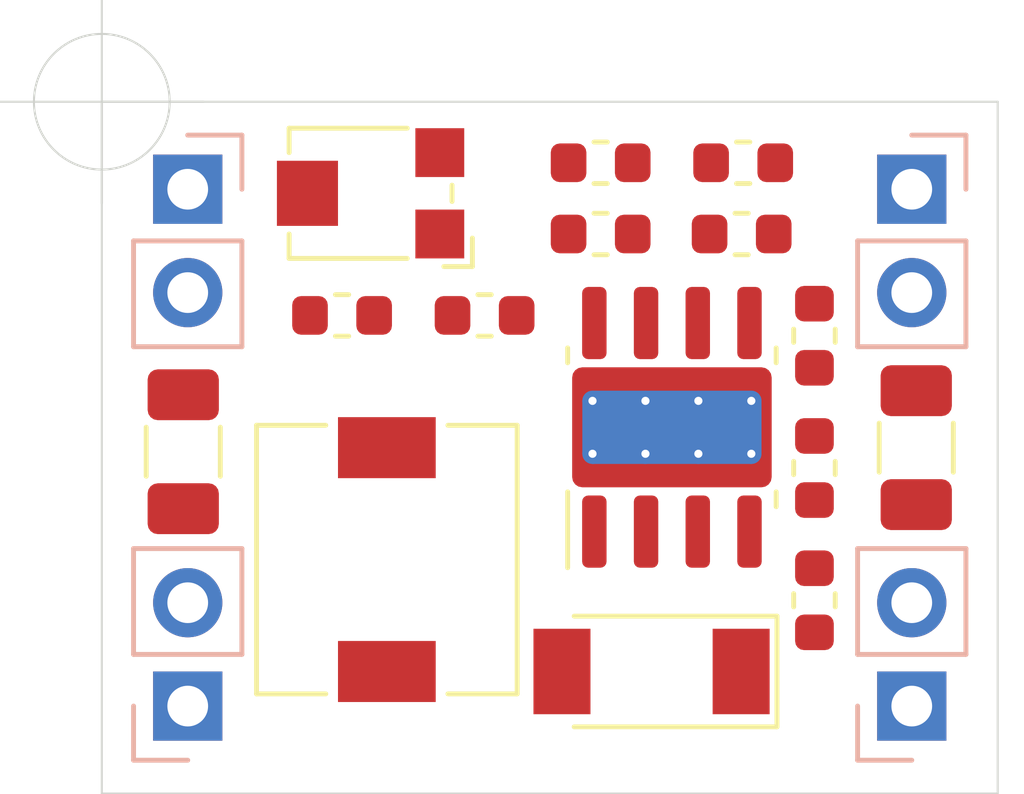
<source format=kicad_pcb>
(kicad_pcb (version 20171130) (host pcbnew 5.1.5-1.fc31)

  (general
    (thickness 1.6)
    (drawings 5)
    (tracks 0)
    (zones 0)
    (modules 19)
    (nets 46)
  )

  (page A4)
  (layers
    (0 F.Cu signal)
    (31 B.Cu signal)
    (32 B.Adhes user)
    (33 F.Adhes user)
    (34 B.Paste user)
    (35 F.Paste user)
    (36 B.SilkS user)
    (37 F.SilkS user)
    (38 B.Mask user)
    (39 F.Mask user)
    (40 Dwgs.User user)
    (41 Cmts.User user)
    (42 Eco1.User user)
    (43 Eco2.User user)
    (44 Edge.Cuts user)
    (45 Margin user)
    (46 B.CrtYd user)
    (47 F.CrtYd user)
    (48 B.Fab user)
    (49 F.Fab user)
  )

  (setup
    (last_trace_width 0.25)
    (trace_clearance 0.2)
    (zone_clearance 0.508)
    (zone_45_only no)
    (trace_min 0.2)
    (via_size 0.8)
    (via_drill 0.4)
    (via_min_size 0.4)
    (via_min_drill 0.3)
    (uvia_size 0.3)
    (uvia_drill 0.1)
    (uvias_allowed no)
    (uvia_min_size 0.2)
    (uvia_min_drill 0.1)
    (edge_width 0.05)
    (segment_width 0.2)
    (pcb_text_width 0.3)
    (pcb_text_size 1.5 1.5)
    (mod_edge_width 0.12)
    (mod_text_size 1 1)
    (mod_text_width 0.15)
    (pad_size 1.524 1.524)
    (pad_drill 0.762)
    (pad_to_mask_clearance 0.051)
    (solder_mask_min_width 0.25)
    (aux_axis_origin 0 0)
    (grid_origin 186 52)
    (visible_elements FFFFFF7F)
    (pcbplotparams
      (layerselection 0x010fc_ffffffff)
      (usegerberextensions false)
      (usegerberattributes false)
      (usegerberadvancedattributes false)
      (creategerberjobfile false)
      (excludeedgelayer true)
      (linewidth 0.100000)
      (plotframeref false)
      (viasonmask false)
      (mode 1)
      (useauxorigin false)
      (hpglpennumber 1)
      (hpglpenspeed 20)
      (hpglpendiameter 15.000000)
      (psnegative false)
      (psa4output false)
      (plotreference true)
      (plotvalue true)
      (plotinvisibletext false)
      (padsonsilk false)
      (subtractmaskfromsilk false)
      (outputformat 1)
      (mirror false)
      (drillshape 1)
      (scaleselection 1)
      (outputdirectory ""))
  )

  (net 0 "")
  (net 1 "Net-(C1-Pad1)")
  (net 2 "Net-(C1-Pad2)")
  (net 3 "Net-(C2-Pad2)")
  (net 4 "Net-(C2-Pad1)")
  (net 5 "Net-(C3-Pad1)")
  (net 6 "Net-(C3-Pad2)")
  (net 7 "Net-(C4-Pad2)")
  (net 8 "Net-(C4-Pad1)")
  (net 9 "Net-(C5-Pad1)")
  (net 10 "Net-(C5-Pad2)")
  (net 11 "Net-(C6-Pad2)")
  (net 12 "Net-(C6-Pad1)")
  (net 13 "Net-(D1-Pad1)")
  (net 14 "Net-(D1-Pad2)")
  (net 15 "Net-(J1-Pad1)")
  (net 16 "Net-(J1-Pad2)")
  (net 17 "Net-(J2-Pad2)")
  (net 18 "Net-(J2-Pad1)")
  (net 19 "Net-(J3-Pad1)")
  (net 20 "Net-(J3-Pad2)")
  (net 21 "Net-(J4-Pad2)")
  (net 22 "Net-(J4-Pad1)")
  (net 23 "Net-(L1-Pad1)")
  (net 24 "Net-(L1-Pad2)")
  (net 25 "Net-(R1-Pad1)")
  (net 26 "Net-(R1-Pad2)")
  (net 27 "Net-(R2-Pad2)")
  (net 28 "Net-(R2-Pad1)")
  (net 29 "Net-(R3-Pad1)")
  (net 30 "Net-(R3-Pad2)")
  (net 31 "Net-(R4-Pad2)")
  (net 32 "Net-(R4-Pad1)")
  (net 33 "Net-(R5-Pad1)")
  (net 34 "Net-(R5-Pad2)")
  (net 35 "Net-(RV1-Pad1)")
  (net 36 "Net-(RV1-Pad3)")
  (net 37 "Net-(RV1-Pad2)")
  (net 38 "Net-(U1-Pad1)")
  (net 39 "Net-(U1-Pad2)")
  (net 40 "Net-(U1-Pad3)")
  (net 41 "Net-(U1-Pad4)")
  (net 42 "Net-(U1-Pad5)")
  (net 43 "Net-(U1-Pad6)")
  (net 44 "Net-(U1-Pad7)")
  (net 45 "Net-(U1-Pad8)")

  (net_class Default "This is the default net class."
    (clearance 0.2)
    (trace_width 0.25)
    (via_dia 0.8)
    (via_drill 0.4)
    (uvia_dia 0.3)
    (uvia_drill 0.1)
    (add_net "Net-(C1-Pad1)")
    (add_net "Net-(C1-Pad2)")
    (add_net "Net-(C2-Pad1)")
    (add_net "Net-(C2-Pad2)")
    (add_net "Net-(C3-Pad1)")
    (add_net "Net-(C3-Pad2)")
    (add_net "Net-(C4-Pad1)")
    (add_net "Net-(C4-Pad2)")
    (add_net "Net-(C5-Pad1)")
    (add_net "Net-(C5-Pad2)")
    (add_net "Net-(C6-Pad1)")
    (add_net "Net-(C6-Pad2)")
    (add_net "Net-(D1-Pad1)")
    (add_net "Net-(D1-Pad2)")
    (add_net "Net-(J1-Pad1)")
    (add_net "Net-(J1-Pad2)")
    (add_net "Net-(J2-Pad1)")
    (add_net "Net-(J2-Pad2)")
    (add_net "Net-(J3-Pad1)")
    (add_net "Net-(J3-Pad2)")
    (add_net "Net-(J4-Pad1)")
    (add_net "Net-(J4-Pad2)")
    (add_net "Net-(L1-Pad1)")
    (add_net "Net-(L1-Pad2)")
    (add_net "Net-(R1-Pad1)")
    (add_net "Net-(R1-Pad2)")
    (add_net "Net-(R2-Pad1)")
    (add_net "Net-(R2-Pad2)")
    (add_net "Net-(R3-Pad1)")
    (add_net "Net-(R3-Pad2)")
    (add_net "Net-(R4-Pad1)")
    (add_net "Net-(R4-Pad2)")
    (add_net "Net-(R5-Pad1)")
    (add_net "Net-(R5-Pad2)")
    (add_net "Net-(RV1-Pad1)")
    (add_net "Net-(RV1-Pad2)")
    (add_net "Net-(RV1-Pad3)")
    (add_net "Net-(U1-Pad1)")
    (add_net "Net-(U1-Pad2)")
    (add_net "Net-(U1-Pad3)")
    (add_net "Net-(U1-Pad4)")
    (add_net "Net-(U1-Pad5)")
    (add_net "Net-(U1-Pad6)")
    (add_net "Net-(U1-Pad7)")
    (add_net "Net-(U1-Pad8)")
  )

  (module Capacitor_SMD:C_0603_1608Metric (layer F.Cu) (tedit 5B301BBE) (tstamp 5E94D738)
    (at 201.75 53.5)
    (descr "Capacitor SMD 0603 (1608 Metric), square (rectangular) end terminal, IPC_7351 nominal, (Body size source: http://www.tortai-tech.com/upload/download/2011102023233369053.pdf), generated with kicad-footprint-generator")
    (tags capacitor)
    (path /5E94F46A)
    (attr smd)
    (fp_text reference C1 (at 0 -1.43) (layer F.SilkS) hide
      (effects (font (size 1 1) (thickness 0.15)))
    )
    (fp_text value C (at 0 1.43) (layer F.Fab)
      (effects (font (size 1 1) (thickness 0.15)))
    )
    (fp_line (start -0.8 0.4) (end -0.8 -0.4) (layer F.Fab) (width 0.1))
    (fp_line (start -0.8 -0.4) (end 0.8 -0.4) (layer F.Fab) (width 0.1))
    (fp_line (start 0.8 -0.4) (end 0.8 0.4) (layer F.Fab) (width 0.1))
    (fp_line (start 0.8 0.4) (end -0.8 0.4) (layer F.Fab) (width 0.1))
    (fp_line (start -0.162779 -0.51) (end 0.162779 -0.51) (layer F.SilkS) (width 0.12))
    (fp_line (start -0.162779 0.51) (end 0.162779 0.51) (layer F.SilkS) (width 0.12))
    (fp_line (start -1.48 0.73) (end -1.48 -0.73) (layer F.CrtYd) (width 0.05))
    (fp_line (start -1.48 -0.73) (end 1.48 -0.73) (layer F.CrtYd) (width 0.05))
    (fp_line (start 1.48 -0.73) (end 1.48 0.73) (layer F.CrtYd) (width 0.05))
    (fp_line (start 1.48 0.73) (end -1.48 0.73) (layer F.CrtYd) (width 0.05))
    (fp_text user %R (at 0 0) (layer F.Fab)
      (effects (font (size 0.4 0.4) (thickness 0.06)))
    )
    (pad 1 smd roundrect (at -0.7875 0) (size 0.875 0.95) (layers F.Cu F.Paste F.Mask) (roundrect_rratio 0.25)
      (net 1 "Net-(C1-Pad1)"))
    (pad 2 smd roundrect (at 0.7875 0) (size 0.875 0.95) (layers F.Cu F.Paste F.Mask) (roundrect_rratio 0.25)
      (net 2 "Net-(C1-Pad2)"))
    (model ${KISYS3DMOD}/Capacitor_SMD.3dshapes/C_0603_1608Metric.wrl
      (at (xyz 0 0 0))
      (scale (xyz 1 1 1))
      (rotate (xyz 0 0 0))
    )
  )

  (module Capacitor_SMD:C_0603_1608Metric (layer F.Cu) (tedit 5B301BBE) (tstamp 5E94D749)
    (at 203.5 64.25 90)
    (descr "Capacitor SMD 0603 (1608 Metric), square (rectangular) end terminal, IPC_7351 nominal, (Body size source: http://www.tortai-tech.com/upload/download/2011102023233369053.pdf), generated with kicad-footprint-generator")
    (tags capacitor)
    (path /5E94F9C7)
    (attr smd)
    (fp_text reference C2 (at 0 -1.43 90) (layer F.SilkS) hide
      (effects (font (size 1 1) (thickness 0.15)))
    )
    (fp_text value C (at 0 1.43 90) (layer F.Fab)
      (effects (font (size 1 1) (thickness 0.15)))
    )
    (fp_text user %R (at 0 0 90) (layer F.Fab)
      (effects (font (size 0.4 0.4) (thickness 0.06)))
    )
    (fp_line (start 1.48 0.73) (end -1.48 0.73) (layer F.CrtYd) (width 0.05))
    (fp_line (start 1.48 -0.73) (end 1.48 0.73) (layer F.CrtYd) (width 0.05))
    (fp_line (start -1.48 -0.73) (end 1.48 -0.73) (layer F.CrtYd) (width 0.05))
    (fp_line (start -1.48 0.73) (end -1.48 -0.73) (layer F.CrtYd) (width 0.05))
    (fp_line (start -0.162779 0.51) (end 0.162779 0.51) (layer F.SilkS) (width 0.12))
    (fp_line (start -0.162779 -0.51) (end 0.162779 -0.51) (layer F.SilkS) (width 0.12))
    (fp_line (start 0.8 0.4) (end -0.8 0.4) (layer F.Fab) (width 0.1))
    (fp_line (start 0.8 -0.4) (end 0.8 0.4) (layer F.Fab) (width 0.1))
    (fp_line (start -0.8 -0.4) (end 0.8 -0.4) (layer F.Fab) (width 0.1))
    (fp_line (start -0.8 0.4) (end -0.8 -0.4) (layer F.Fab) (width 0.1))
    (pad 2 smd roundrect (at 0.7875 0 90) (size 0.875 0.95) (layers F.Cu F.Paste F.Mask) (roundrect_rratio 0.25)
      (net 3 "Net-(C2-Pad2)"))
    (pad 1 smd roundrect (at -0.7875 0 90) (size 0.875 0.95) (layers F.Cu F.Paste F.Mask) (roundrect_rratio 0.25)
      (net 4 "Net-(C2-Pad1)"))
    (model ${KISYS3DMOD}/Capacitor_SMD.3dshapes/C_0603_1608Metric.wrl
      (at (xyz 0 0 0))
      (scale (xyz 1 1 1))
      (rotate (xyz 0 0 0))
    )
  )

  (module Capacitor_SMD:C_0603_1608Metric (layer F.Cu) (tedit 5B301BBE) (tstamp 5E94D75A)
    (at 195.4 57.25)
    (descr "Capacitor SMD 0603 (1608 Metric), square (rectangular) end terminal, IPC_7351 nominal, (Body size source: http://www.tortai-tech.com/upload/download/2011102023233369053.pdf), generated with kicad-footprint-generator")
    (tags capacitor)
    (path /5E950207)
    (attr smd)
    (fp_text reference C3 (at 0 -1.43) (layer F.SilkS) hide
      (effects (font (size 1 1) (thickness 0.15)))
    )
    (fp_text value C (at 0 1.43) (layer F.Fab)
      (effects (font (size 1 1) (thickness 0.15)))
    )
    (fp_line (start -0.8 0.4) (end -0.8 -0.4) (layer F.Fab) (width 0.1))
    (fp_line (start -0.8 -0.4) (end 0.8 -0.4) (layer F.Fab) (width 0.1))
    (fp_line (start 0.8 -0.4) (end 0.8 0.4) (layer F.Fab) (width 0.1))
    (fp_line (start 0.8 0.4) (end -0.8 0.4) (layer F.Fab) (width 0.1))
    (fp_line (start -0.162779 -0.51) (end 0.162779 -0.51) (layer F.SilkS) (width 0.12))
    (fp_line (start -0.162779 0.51) (end 0.162779 0.51) (layer F.SilkS) (width 0.12))
    (fp_line (start -1.48 0.73) (end -1.48 -0.73) (layer F.CrtYd) (width 0.05))
    (fp_line (start -1.48 -0.73) (end 1.48 -0.73) (layer F.CrtYd) (width 0.05))
    (fp_line (start 1.48 -0.73) (end 1.48 0.73) (layer F.CrtYd) (width 0.05))
    (fp_line (start 1.48 0.73) (end -1.48 0.73) (layer F.CrtYd) (width 0.05))
    (fp_text user %R (at 0 0) (layer F.Fab)
      (effects (font (size 0.4 0.4) (thickness 0.06)))
    )
    (pad 1 smd roundrect (at -0.7875 0) (size 0.875 0.95) (layers F.Cu F.Paste F.Mask) (roundrect_rratio 0.25)
      (net 5 "Net-(C3-Pad1)"))
    (pad 2 smd roundrect (at 0.7875 0) (size 0.875 0.95) (layers F.Cu F.Paste F.Mask) (roundrect_rratio 0.25)
      (net 6 "Net-(C3-Pad2)"))
    (model ${KISYS3DMOD}/Capacitor_SMD.3dshapes/C_0603_1608Metric.wrl
      (at (xyz 0 0 0))
      (scale (xyz 1 1 1))
      (rotate (xyz 0 0 0))
    )
  )

  (module Capacitor_SMD:C_0603_1608Metric (layer F.Cu) (tedit 5B301BBE) (tstamp 5E94D76B)
    (at 191.9 57.25)
    (descr "Capacitor SMD 0603 (1608 Metric), square (rectangular) end terminal, IPC_7351 nominal, (Body size source: http://www.tortai-tech.com/upload/download/2011102023233369053.pdf), generated with kicad-footprint-generator")
    (tags capacitor)
    (path /5E9503D6)
    (attr smd)
    (fp_text reference C4 (at 0 -1.43) (layer F.SilkS) hide
      (effects (font (size 1 1) (thickness 0.15)))
    )
    (fp_text value C (at 0 1.43) (layer F.Fab)
      (effects (font (size 1 1) (thickness 0.15)))
    )
    (fp_text user %R (at 0 0) (layer F.Fab)
      (effects (font (size 0.4 0.4) (thickness 0.06)))
    )
    (fp_line (start 1.48 0.73) (end -1.48 0.73) (layer F.CrtYd) (width 0.05))
    (fp_line (start 1.48 -0.73) (end 1.48 0.73) (layer F.CrtYd) (width 0.05))
    (fp_line (start -1.48 -0.73) (end 1.48 -0.73) (layer F.CrtYd) (width 0.05))
    (fp_line (start -1.48 0.73) (end -1.48 -0.73) (layer F.CrtYd) (width 0.05))
    (fp_line (start -0.162779 0.51) (end 0.162779 0.51) (layer F.SilkS) (width 0.12))
    (fp_line (start -0.162779 -0.51) (end 0.162779 -0.51) (layer F.SilkS) (width 0.12))
    (fp_line (start 0.8 0.4) (end -0.8 0.4) (layer F.Fab) (width 0.1))
    (fp_line (start 0.8 -0.4) (end 0.8 0.4) (layer F.Fab) (width 0.1))
    (fp_line (start -0.8 -0.4) (end 0.8 -0.4) (layer F.Fab) (width 0.1))
    (fp_line (start -0.8 0.4) (end -0.8 -0.4) (layer F.Fab) (width 0.1))
    (pad 2 smd roundrect (at 0.7875 0) (size 0.875 0.95) (layers F.Cu F.Paste F.Mask) (roundrect_rratio 0.25)
      (net 7 "Net-(C4-Pad2)"))
    (pad 1 smd roundrect (at -0.7875 0) (size 0.875 0.95) (layers F.Cu F.Paste F.Mask) (roundrect_rratio 0.25)
      (net 8 "Net-(C4-Pad1)"))
    (model ${KISYS3DMOD}/Capacitor_SMD.3dshapes/C_0603_1608Metric.wrl
      (at (xyz 0 0 0))
      (scale (xyz 1 1 1))
      (rotate (xyz 0 0 0))
    )
  )

  (module Capacitor_SMD:C_1206_3216Metric (layer F.Cu) (tedit 5B301BBE) (tstamp 5E94D77C)
    (at 188 60.6 90)
    (descr "Capacitor SMD 1206 (3216 Metric), square (rectangular) end terminal, IPC_7351 nominal, (Body size source: http://www.tortai-tech.com/upload/download/2011102023233369053.pdf), generated with kicad-footprint-generator")
    (tags capacitor)
    (path /5E9505DD)
    (attr smd)
    (fp_text reference C5 (at 0 -1.82 90) (layer F.SilkS) hide
      (effects (font (size 1 1) (thickness 0.15) italic))
    )
    (fp_text value C (at 0 1.82 90) (layer F.Fab)
      (effects (font (size 1 1) (thickness 0.15)))
    )
    (fp_line (start -1.6 0.8) (end -1.6 -0.8) (layer F.Fab) (width 0.1))
    (fp_line (start -1.6 -0.8) (end 1.6 -0.8) (layer F.Fab) (width 0.1))
    (fp_line (start 1.6 -0.8) (end 1.6 0.8) (layer F.Fab) (width 0.1))
    (fp_line (start 1.6 0.8) (end -1.6 0.8) (layer F.Fab) (width 0.1))
    (fp_line (start -0.602064 -0.91) (end 0.602064 -0.91) (layer F.SilkS) (width 0.12))
    (fp_line (start -0.602064 0.91) (end 0.602064 0.91) (layer F.SilkS) (width 0.12))
    (fp_line (start -2.28 1.12) (end -2.28 -1.12) (layer F.CrtYd) (width 0.05))
    (fp_line (start -2.28 -1.12) (end 2.28 -1.12) (layer F.CrtYd) (width 0.05))
    (fp_line (start 2.28 -1.12) (end 2.28 1.12) (layer F.CrtYd) (width 0.05))
    (fp_line (start 2.28 1.12) (end -2.28 1.12) (layer F.CrtYd) (width 0.05))
    (fp_text user %R (at 0 0 90) (layer F.Fab)
      (effects (font (size 0.8 0.8) (thickness 0.12)))
    )
    (pad 1 smd roundrect (at -1.4 0 90) (size 1.25 1.75) (layers F.Cu F.Paste F.Mask) (roundrect_rratio 0.2)
      (net 9 "Net-(C5-Pad1)"))
    (pad 2 smd roundrect (at 1.4 0 90) (size 1.25 1.75) (layers F.Cu F.Paste F.Mask) (roundrect_rratio 0.2)
      (net 10 "Net-(C5-Pad2)"))
    (model ${KISYS3DMOD}/Capacitor_SMD.3dshapes/C_1206_3216Metric.wrl
      (at (xyz 0 0 0))
      (scale (xyz 1 1 1))
      (rotate (xyz 0 0 0))
    )
  )

  (module Capacitor_SMD:C_1206_3216Metric (layer F.Cu) (tedit 5B301BBE) (tstamp 5E94D78D)
    (at 206 60.5 90)
    (descr "Capacitor SMD 1206 (3216 Metric), square (rectangular) end terminal, IPC_7351 nominal, (Body size source: http://www.tortai-tech.com/upload/download/2011102023233369053.pdf), generated with kicad-footprint-generator")
    (tags capacitor)
    (path /5E95072A)
    (attr smd)
    (fp_text reference C6 (at 0 -1.82 90) (layer F.SilkS) hide
      (effects (font (size 1 1) (thickness 0.15)))
    )
    (fp_text value C (at 0 1.82 90) (layer F.Fab)
      (effects (font (size 1 1) (thickness 0.15)))
    )
    (fp_text user %R (at 0 0 90) (layer F.Fab)
      (effects (font (size 0.8 0.8) (thickness 0.12)))
    )
    (fp_line (start 2.28 1.12) (end -2.28 1.12) (layer F.CrtYd) (width 0.05))
    (fp_line (start 2.28 -1.12) (end 2.28 1.12) (layer F.CrtYd) (width 0.05))
    (fp_line (start -2.28 -1.12) (end 2.28 -1.12) (layer F.CrtYd) (width 0.05))
    (fp_line (start -2.28 1.12) (end -2.28 -1.12) (layer F.CrtYd) (width 0.05))
    (fp_line (start -0.602064 0.91) (end 0.602064 0.91) (layer F.SilkS) (width 0.12))
    (fp_line (start -0.602064 -0.91) (end 0.602064 -0.91) (layer F.SilkS) (width 0.12))
    (fp_line (start 1.6 0.8) (end -1.6 0.8) (layer F.Fab) (width 0.1))
    (fp_line (start 1.6 -0.8) (end 1.6 0.8) (layer F.Fab) (width 0.1))
    (fp_line (start -1.6 -0.8) (end 1.6 -0.8) (layer F.Fab) (width 0.1))
    (fp_line (start -1.6 0.8) (end -1.6 -0.8) (layer F.Fab) (width 0.1))
    (pad 2 smd roundrect (at 1.4 0 90) (size 1.25 1.75) (layers F.Cu F.Paste F.Mask) (roundrect_rratio 0.2)
      (net 11 "Net-(C6-Pad2)"))
    (pad 1 smd roundrect (at -1.4 0 90) (size 1.25 1.75) (layers F.Cu F.Paste F.Mask) (roundrect_rratio 0.2)
      (net 12 "Net-(C6-Pad1)"))
    (model ${KISYS3DMOD}/Capacitor_SMD.3dshapes/C_1206_3216Metric.wrl
      (at (xyz 0 0 0))
      (scale (xyz 1 1 1))
      (rotate (xyz 0 0 0))
    )
  )

  (module Connector_PinHeader_2.54mm:PinHeader_1x02_P2.54mm_Vertical (layer B.Cu) (tedit 59FED5CC) (tstamp 5E94D7BB)
    (at 205.89 54.15 180)
    (descr "Through hole straight pin header, 1x02, 2.54mm pitch, single row")
    (tags "Through hole pin header THT 1x02 2.54mm single row")
    (path /5E947B7A)
    (fp_text reference J1 (at 0 2.33) (layer B.SilkS) hide
      (effects (font (size 1 1) (thickness 0.15)) (justify mirror))
    )
    (fp_text value IN+ (at 0 -4.87) (layer B.Fab)
      (effects (font (size 1 1) (thickness 0.15)) (justify mirror))
    )
    (fp_line (start -0.635 1.27) (end 1.27 1.27) (layer B.Fab) (width 0.1))
    (fp_line (start 1.27 1.27) (end 1.27 -3.81) (layer B.Fab) (width 0.1))
    (fp_line (start 1.27 -3.81) (end -1.27 -3.81) (layer B.Fab) (width 0.1))
    (fp_line (start -1.27 -3.81) (end -1.27 0.635) (layer B.Fab) (width 0.1))
    (fp_line (start -1.27 0.635) (end -0.635 1.27) (layer B.Fab) (width 0.1))
    (fp_line (start -1.33 -3.87) (end 1.33 -3.87) (layer B.SilkS) (width 0.12))
    (fp_line (start -1.33 -1.27) (end -1.33 -3.87) (layer B.SilkS) (width 0.12))
    (fp_line (start 1.33 -1.27) (end 1.33 -3.87) (layer B.SilkS) (width 0.12))
    (fp_line (start -1.33 -1.27) (end 1.33 -1.27) (layer B.SilkS) (width 0.12))
    (fp_line (start -1.33 0) (end -1.33 1.33) (layer B.SilkS) (width 0.12))
    (fp_line (start -1.33 1.33) (end 0 1.33) (layer B.SilkS) (width 0.12))
    (fp_line (start -1.8 1.8) (end -1.8 -4.35) (layer B.CrtYd) (width 0.05))
    (fp_line (start -1.8 -4.35) (end 1.8 -4.35) (layer B.CrtYd) (width 0.05))
    (fp_line (start 1.8 -4.35) (end 1.8 1.8) (layer B.CrtYd) (width 0.05))
    (fp_line (start 1.8 1.8) (end -1.8 1.8) (layer B.CrtYd) (width 0.05))
    (fp_text user %R (at 0 -1.27 270) (layer B.Fab)
      (effects (font (size 1 1) (thickness 0.15)) (justify mirror))
    )
    (pad 1 thru_hole rect (at 0 0 180) (size 1.7 1.7) (drill 1) (layers *.Cu *.Mask)
      (net 15 "Net-(J1-Pad1)"))
    (pad 2 thru_hole oval (at 0 -2.54 180) (size 1.7 1.7) (drill 1) (layers *.Cu *.Mask)
      (net 16 "Net-(J1-Pad2)"))
    (model ${KISYS3DMOD}/Connector_PinHeader_2.54mm.3dshapes/PinHeader_1x02_P2.54mm_Vertical.wrl
      (at (xyz 0 0 0))
      (scale (xyz 1 1 1))
      (rotate (xyz 0 0 0))
    )
  )

  (module Connector_PinHeader_2.54mm:PinHeader_1x02_P2.54mm_Vertical (layer B.Cu) (tedit 59FED5CC) (tstamp 5E94D7D1)
    (at 205.89 66.85)
    (descr "Through hole straight pin header, 1x02, 2.54mm pitch, single row")
    (tags "Through hole pin header THT 1x02 2.54mm single row")
    (path /5E947884)
    (fp_text reference J2 (at 0 2.33) (layer B.SilkS) hide
      (effects (font (size 1 1) (thickness 0.15)) (justify mirror))
    )
    (fp_text value IN- (at 0 -4.87) (layer B.Fab)
      (effects (font (size 1 1) (thickness 0.15)) (justify mirror))
    )
    (fp_text user %R (at 0 -1.27 -90) (layer B.Fab)
      (effects (font (size 1 1) (thickness 0.15)) (justify mirror))
    )
    (fp_line (start 1.8 1.8) (end -1.8 1.8) (layer B.CrtYd) (width 0.05))
    (fp_line (start 1.8 -4.35) (end 1.8 1.8) (layer B.CrtYd) (width 0.05))
    (fp_line (start -1.8 -4.35) (end 1.8 -4.35) (layer B.CrtYd) (width 0.05))
    (fp_line (start -1.8 1.8) (end -1.8 -4.35) (layer B.CrtYd) (width 0.05))
    (fp_line (start -1.33 1.33) (end 0 1.33) (layer B.SilkS) (width 0.12))
    (fp_line (start -1.33 0) (end -1.33 1.33) (layer B.SilkS) (width 0.12))
    (fp_line (start -1.33 -1.27) (end 1.33 -1.27) (layer B.SilkS) (width 0.12))
    (fp_line (start 1.33 -1.27) (end 1.33 -3.87) (layer B.SilkS) (width 0.12))
    (fp_line (start -1.33 -1.27) (end -1.33 -3.87) (layer B.SilkS) (width 0.12))
    (fp_line (start -1.33 -3.87) (end 1.33 -3.87) (layer B.SilkS) (width 0.12))
    (fp_line (start -1.27 0.635) (end -0.635 1.27) (layer B.Fab) (width 0.1))
    (fp_line (start -1.27 -3.81) (end -1.27 0.635) (layer B.Fab) (width 0.1))
    (fp_line (start 1.27 -3.81) (end -1.27 -3.81) (layer B.Fab) (width 0.1))
    (fp_line (start 1.27 1.27) (end 1.27 -3.81) (layer B.Fab) (width 0.1))
    (fp_line (start -0.635 1.27) (end 1.27 1.27) (layer B.Fab) (width 0.1))
    (pad 2 thru_hole oval (at 0 -2.54) (size 1.7 1.7) (drill 1) (layers *.Cu *.Mask)
      (net 17 "Net-(J2-Pad2)"))
    (pad 1 thru_hole rect (at 0 0) (size 1.7 1.7) (drill 1) (layers *.Cu *.Mask)
      (net 18 "Net-(J2-Pad1)"))
    (model ${KISYS3DMOD}/Connector_PinHeader_2.54mm.3dshapes/PinHeader_1x02_P2.54mm_Vertical.wrl
      (at (xyz 0 0 0))
      (scale (xyz 1 1 1))
      (rotate (xyz 0 0 0))
    )
  )

  (module Connector_PinHeader_2.54mm:PinHeader_1x02_P2.54mm_Vertical (layer B.Cu) (tedit 59FED5CC) (tstamp 5E94D7E7)
    (at 188.11 54.15 180)
    (descr "Through hole straight pin header, 1x02, 2.54mm pitch, single row")
    (tags "Through hole pin header THT 1x02 2.54mm single row")
    (path /5E9483C4)
    (fp_text reference J3 (at 0 2.33) (layer B.SilkS) hide
      (effects (font (size 1 1) (thickness 0.15)) (justify mirror))
    )
    (fp_text value OUT+ (at 0 -4.87) (layer B.Fab)
      (effects (font (size 1 1) (thickness 0.15)) (justify mirror))
    )
    (fp_line (start -0.635 1.27) (end 1.27 1.27) (layer B.Fab) (width 0.1))
    (fp_line (start 1.27 1.27) (end 1.27 -3.81) (layer B.Fab) (width 0.1))
    (fp_line (start 1.27 -3.81) (end -1.27 -3.81) (layer B.Fab) (width 0.1))
    (fp_line (start -1.27 -3.81) (end -1.27 0.635) (layer B.Fab) (width 0.1))
    (fp_line (start -1.27 0.635) (end -0.635 1.27) (layer B.Fab) (width 0.1))
    (fp_line (start -1.33 -3.87) (end 1.33 -3.87) (layer B.SilkS) (width 0.12))
    (fp_line (start -1.33 -1.27) (end -1.33 -3.87) (layer B.SilkS) (width 0.12))
    (fp_line (start 1.33 -1.27) (end 1.33 -3.87) (layer B.SilkS) (width 0.12))
    (fp_line (start -1.33 -1.27) (end 1.33 -1.27) (layer B.SilkS) (width 0.12))
    (fp_line (start -1.33 0) (end -1.33 1.33) (layer B.SilkS) (width 0.12))
    (fp_line (start -1.33 1.33) (end 0 1.33) (layer B.SilkS) (width 0.12))
    (fp_line (start -1.8 1.8) (end -1.8 -4.35) (layer B.CrtYd) (width 0.05))
    (fp_line (start -1.8 -4.35) (end 1.8 -4.35) (layer B.CrtYd) (width 0.05))
    (fp_line (start 1.8 -4.35) (end 1.8 1.8) (layer B.CrtYd) (width 0.05))
    (fp_line (start 1.8 1.8) (end -1.8 1.8) (layer B.CrtYd) (width 0.05))
    (fp_text user %R (at 0 -1.27 270) (layer B.Fab)
      (effects (font (size 1 1) (thickness 0.15)) (justify mirror))
    )
    (pad 1 thru_hole rect (at 0 0 180) (size 1.7 1.7) (drill 1) (layers *.Cu *.Mask)
      (net 19 "Net-(J3-Pad1)"))
    (pad 2 thru_hole oval (at 0 -2.54 180) (size 1.7 1.7) (drill 1) (layers *.Cu *.Mask)
      (net 20 "Net-(J3-Pad2)"))
    (model ${KISYS3DMOD}/Connector_PinHeader_2.54mm.3dshapes/PinHeader_1x02_P2.54mm_Vertical.wrl
      (at (xyz 0 0 0))
      (scale (xyz 1 1 1))
      (rotate (xyz 0 0 0))
    )
  )

  (module Connector_PinHeader_2.54mm:PinHeader_1x02_P2.54mm_Vertical (layer B.Cu) (tedit 59FED5CC) (tstamp 5E94D7FD)
    (at 188.11 66.85)
    (descr "Through hole straight pin header, 1x02, 2.54mm pitch, single row")
    (tags "Through hole pin header THT 1x02 2.54mm single row")
    (path /5E94804E)
    (fp_text reference J4 (at 0 2.33) (layer B.SilkS) hide
      (effects (font (size 1 1) (thickness 0.15)) (justify mirror))
    )
    (fp_text value OUT- (at 0 -4.87) (layer B.Fab)
      (effects (font (size 1 1) (thickness 0.15)) (justify mirror))
    )
    (fp_text user %R (at 0 -1.27 -90) (layer B.Fab)
      (effects (font (size 1 1) (thickness 0.15)) (justify mirror))
    )
    (fp_line (start 1.8 1.8) (end -1.8 1.8) (layer B.CrtYd) (width 0.05))
    (fp_line (start 1.8 -4.35) (end 1.8 1.8) (layer B.CrtYd) (width 0.05))
    (fp_line (start -1.8 -4.35) (end 1.8 -4.35) (layer B.CrtYd) (width 0.05))
    (fp_line (start -1.8 1.8) (end -1.8 -4.35) (layer B.CrtYd) (width 0.05))
    (fp_line (start -1.33 1.33) (end 0 1.33) (layer B.SilkS) (width 0.12))
    (fp_line (start -1.33 0) (end -1.33 1.33) (layer B.SilkS) (width 0.12))
    (fp_line (start -1.33 -1.27) (end 1.33 -1.27) (layer B.SilkS) (width 0.12))
    (fp_line (start 1.33 -1.27) (end 1.33 -3.87) (layer B.SilkS) (width 0.12))
    (fp_line (start -1.33 -1.27) (end -1.33 -3.87) (layer B.SilkS) (width 0.12))
    (fp_line (start -1.33 -3.87) (end 1.33 -3.87) (layer B.SilkS) (width 0.12))
    (fp_line (start -1.27 0.635) (end -0.635 1.27) (layer B.Fab) (width 0.1))
    (fp_line (start -1.27 -3.81) (end -1.27 0.635) (layer B.Fab) (width 0.1))
    (fp_line (start 1.27 -3.81) (end -1.27 -3.81) (layer B.Fab) (width 0.1))
    (fp_line (start 1.27 1.27) (end 1.27 -3.81) (layer B.Fab) (width 0.1))
    (fp_line (start -0.635 1.27) (end 1.27 1.27) (layer B.Fab) (width 0.1))
    (pad 2 thru_hole oval (at 0 -2.54) (size 1.7 1.7) (drill 1) (layers *.Cu *.Mask)
      (net 21 "Net-(J4-Pad2)"))
    (pad 1 thru_hole rect (at 0 0) (size 1.7 1.7) (drill 1) (layers *.Cu *.Mask)
      (net 22 "Net-(J4-Pad1)"))
    (model ${KISYS3DMOD}/Connector_PinHeader_2.54mm.3dshapes/PinHeader_1x02_P2.54mm_Vertical.wrl
      (at (xyz 0 0 0))
      (scale (xyz 1 1 1))
      (rotate (xyz 0 0 0))
    )
  )

  (module Resistor_SMD:R_0603_1608Metric (layer F.Cu) (tedit 5B301BBD) (tstamp 5E94D827)
    (at 198.25 55.25)
    (descr "Resistor SMD 0603 (1608 Metric), square (rectangular) end terminal, IPC_7351 nominal, (Body size source: http://www.tortai-tech.com/upload/download/2011102023233369053.pdf), generated with kicad-footprint-generator")
    (tags resistor)
    (path /5E94DA98)
    (attr smd)
    (fp_text reference R1 (at 0 -1.43) (layer F.SilkS) hide
      (effects (font (size 1 1) (thickness 0.15)))
    )
    (fp_text value R (at 0 1.43) (layer F.Fab)
      (effects (font (size 1 1) (thickness 0.15)))
    )
    (fp_line (start -0.8 0.4) (end -0.8 -0.4) (layer F.Fab) (width 0.1))
    (fp_line (start -0.8 -0.4) (end 0.8 -0.4) (layer F.Fab) (width 0.1))
    (fp_line (start 0.8 -0.4) (end 0.8 0.4) (layer F.Fab) (width 0.1))
    (fp_line (start 0.8 0.4) (end -0.8 0.4) (layer F.Fab) (width 0.1))
    (fp_line (start -0.162779 -0.51) (end 0.162779 -0.51) (layer F.SilkS) (width 0.12))
    (fp_line (start -0.162779 0.51) (end 0.162779 0.51) (layer F.SilkS) (width 0.12))
    (fp_line (start -1.48 0.73) (end -1.48 -0.73) (layer F.CrtYd) (width 0.05))
    (fp_line (start -1.48 -0.73) (end 1.48 -0.73) (layer F.CrtYd) (width 0.05))
    (fp_line (start 1.48 -0.73) (end 1.48 0.73) (layer F.CrtYd) (width 0.05))
    (fp_line (start 1.48 0.73) (end -1.48 0.73) (layer F.CrtYd) (width 0.05))
    (fp_text user %R (at 0 0) (layer F.Fab)
      (effects (font (size 0.4 0.4) (thickness 0.06)))
    )
    (pad 1 smd roundrect (at -0.7875 0) (size 0.875 0.95) (layers F.Cu F.Paste F.Mask) (roundrect_rratio 0.25)
      (net 25 "Net-(R1-Pad1)"))
    (pad 2 smd roundrect (at 0.7875 0) (size 0.875 0.95) (layers F.Cu F.Paste F.Mask) (roundrect_rratio 0.25)
      (net 26 "Net-(R1-Pad2)"))
    (model ${KISYS3DMOD}/Resistor_SMD.3dshapes/R_0603_1608Metric.wrl
      (at (xyz 0 0 0))
      (scale (xyz 1 1 1))
      (rotate (xyz 0 0 0))
    )
  )

  (module Resistor_SMD:R_0603_1608Metric (layer F.Cu) (tedit 5B301BBD) (tstamp 5E94D838)
    (at 198.25 53.5)
    (descr "Resistor SMD 0603 (1608 Metric), square (rectangular) end terminal, IPC_7351 nominal, (Body size source: http://www.tortai-tech.com/upload/download/2011102023233369053.pdf), generated with kicad-footprint-generator")
    (tags resistor)
    (path /5E94E1C7)
    (attr smd)
    (fp_text reference R2 (at 0 -1.43) (layer F.SilkS) hide
      (effects (font (size 1 1) (thickness 0.15)))
    )
    (fp_text value R (at 0 1.43) (layer F.Fab)
      (effects (font (size 1 1) (thickness 0.15)))
    )
    (fp_text user %R (at 0 0) (layer F.Fab)
      (effects (font (size 0.4 0.4) (thickness 0.06)))
    )
    (fp_line (start 1.48 0.73) (end -1.48 0.73) (layer F.CrtYd) (width 0.05))
    (fp_line (start 1.48 -0.73) (end 1.48 0.73) (layer F.CrtYd) (width 0.05))
    (fp_line (start -1.48 -0.73) (end 1.48 -0.73) (layer F.CrtYd) (width 0.05))
    (fp_line (start -1.48 0.73) (end -1.48 -0.73) (layer F.CrtYd) (width 0.05))
    (fp_line (start -0.162779 0.51) (end 0.162779 0.51) (layer F.SilkS) (width 0.12))
    (fp_line (start -0.162779 -0.51) (end 0.162779 -0.51) (layer F.SilkS) (width 0.12))
    (fp_line (start 0.8 0.4) (end -0.8 0.4) (layer F.Fab) (width 0.1))
    (fp_line (start 0.8 -0.4) (end 0.8 0.4) (layer F.Fab) (width 0.1))
    (fp_line (start -0.8 -0.4) (end 0.8 -0.4) (layer F.Fab) (width 0.1))
    (fp_line (start -0.8 0.4) (end -0.8 -0.4) (layer F.Fab) (width 0.1))
    (pad 2 smd roundrect (at 0.7875 0) (size 0.875 0.95) (layers F.Cu F.Paste F.Mask) (roundrect_rratio 0.25)
      (net 27 "Net-(R2-Pad2)"))
    (pad 1 smd roundrect (at -0.7875 0) (size 0.875 0.95) (layers F.Cu F.Paste F.Mask) (roundrect_rratio 0.25)
      (net 28 "Net-(R2-Pad1)"))
    (model ${KISYS3DMOD}/Resistor_SMD.3dshapes/R_0603_1608Metric.wrl
      (at (xyz 0 0 0))
      (scale (xyz 1 1 1))
      (rotate (xyz 0 0 0))
    )
  )

  (module Resistor_SMD:R_0603_1608Metric (layer F.Cu) (tedit 5B301BBD) (tstamp 5E94D849)
    (at 201.7125 55.25)
    (descr "Resistor SMD 0603 (1608 Metric), square (rectangular) end terminal, IPC_7351 nominal, (Body size source: http://www.tortai-tech.com/upload/download/2011102023233369053.pdf), generated with kicad-footprint-generator")
    (tags resistor)
    (path /5E94E326)
    (attr smd)
    (fp_text reference R3 (at 0 -1.43) (layer F.SilkS) hide
      (effects (font (size 1 1) (thickness 0.15)))
    )
    (fp_text value R (at 0 1.43) (layer F.Fab)
      (effects (font (size 1 1) (thickness 0.15)))
    )
    (fp_line (start -0.8 0.4) (end -0.8 -0.4) (layer F.Fab) (width 0.1))
    (fp_line (start -0.8 -0.4) (end 0.8 -0.4) (layer F.Fab) (width 0.1))
    (fp_line (start 0.8 -0.4) (end 0.8 0.4) (layer F.Fab) (width 0.1))
    (fp_line (start 0.8 0.4) (end -0.8 0.4) (layer F.Fab) (width 0.1))
    (fp_line (start -0.162779 -0.51) (end 0.162779 -0.51) (layer F.SilkS) (width 0.12))
    (fp_line (start -0.162779 0.51) (end 0.162779 0.51) (layer F.SilkS) (width 0.12))
    (fp_line (start -1.48 0.73) (end -1.48 -0.73) (layer F.CrtYd) (width 0.05))
    (fp_line (start -1.48 -0.73) (end 1.48 -0.73) (layer F.CrtYd) (width 0.05))
    (fp_line (start 1.48 -0.73) (end 1.48 0.73) (layer F.CrtYd) (width 0.05))
    (fp_line (start 1.48 0.73) (end -1.48 0.73) (layer F.CrtYd) (width 0.05))
    (fp_text user %R (at 0 0) (layer F.Fab)
      (effects (font (size 0.4 0.4) (thickness 0.06)))
    )
    (pad 1 smd roundrect (at -0.7875 0) (size 0.875 0.95) (layers F.Cu F.Paste F.Mask) (roundrect_rratio 0.25)
      (net 29 "Net-(R3-Pad1)"))
    (pad 2 smd roundrect (at 0.7875 0) (size 0.875 0.95) (layers F.Cu F.Paste F.Mask) (roundrect_rratio 0.25)
      (net 30 "Net-(R3-Pad2)"))
    (model ${KISYS3DMOD}/Resistor_SMD.3dshapes/R_0603_1608Metric.wrl
      (at (xyz 0 0 0))
      (scale (xyz 1 1 1))
      (rotate (xyz 0 0 0))
    )
  )

  (module Resistor_SMD:R_0603_1608Metric (layer F.Cu) (tedit 5B301BBD) (tstamp 5E94D85A)
    (at 203.5 57.75 270)
    (descr "Resistor SMD 0603 (1608 Metric), square (rectangular) end terminal, IPC_7351 nominal, (Body size source: http://www.tortai-tech.com/upload/download/2011102023233369053.pdf), generated with kicad-footprint-generator")
    (tags resistor)
    (path /5E94E43C)
    (attr smd)
    (fp_text reference R4 (at 0 -1.43 90) (layer F.SilkS) hide
      (effects (font (size 1 1) (thickness 0.15)))
    )
    (fp_text value R (at 0 1.43 90) (layer F.Fab)
      (effects (font (size 1 1) (thickness 0.15)))
    )
    (fp_text user %R (at 0 0 90) (layer F.Fab)
      (effects (font (size 0.4 0.4) (thickness 0.06)))
    )
    (fp_line (start 1.48 0.73) (end -1.48 0.73) (layer F.CrtYd) (width 0.05))
    (fp_line (start 1.48 -0.73) (end 1.48 0.73) (layer F.CrtYd) (width 0.05))
    (fp_line (start -1.48 -0.73) (end 1.48 -0.73) (layer F.CrtYd) (width 0.05))
    (fp_line (start -1.48 0.73) (end -1.48 -0.73) (layer F.CrtYd) (width 0.05))
    (fp_line (start -0.162779 0.51) (end 0.162779 0.51) (layer F.SilkS) (width 0.12))
    (fp_line (start -0.162779 -0.51) (end 0.162779 -0.51) (layer F.SilkS) (width 0.12))
    (fp_line (start 0.8 0.4) (end -0.8 0.4) (layer F.Fab) (width 0.1))
    (fp_line (start 0.8 -0.4) (end 0.8 0.4) (layer F.Fab) (width 0.1))
    (fp_line (start -0.8 -0.4) (end 0.8 -0.4) (layer F.Fab) (width 0.1))
    (fp_line (start -0.8 0.4) (end -0.8 -0.4) (layer F.Fab) (width 0.1))
    (pad 2 smd roundrect (at 0.7875 0 270) (size 0.875 0.95) (layers F.Cu F.Paste F.Mask) (roundrect_rratio 0.25)
      (net 31 "Net-(R4-Pad2)"))
    (pad 1 smd roundrect (at -0.7875 0 270) (size 0.875 0.95) (layers F.Cu F.Paste F.Mask) (roundrect_rratio 0.25)
      (net 32 "Net-(R4-Pad1)"))
    (model ${KISYS3DMOD}/Resistor_SMD.3dshapes/R_0603_1608Metric.wrl
      (at (xyz 0 0 0))
      (scale (xyz 1 1 1))
      (rotate (xyz 0 0 0))
    )
  )

  (module Resistor_SMD:R_0603_1608Metric (layer F.Cu) (tedit 5B301BBD) (tstamp 5E94D86B)
    (at 203.5 61 90)
    (descr "Resistor SMD 0603 (1608 Metric), square (rectangular) end terminal, IPC_7351 nominal, (Body size source: http://www.tortai-tech.com/upload/download/2011102023233369053.pdf), generated with kicad-footprint-generator")
    (tags resistor)
    (path /5E94E5B6)
    (attr smd)
    (fp_text reference R5 (at 0 -1.43 90) (layer F.SilkS) hide
      (effects (font (size 1 1) (thickness 0.15)))
    )
    (fp_text value R (at 0 1.43 90) (layer F.Fab)
      (effects (font (size 1 1) (thickness 0.15)))
    )
    (fp_line (start -0.8 0.4) (end -0.8 -0.4) (layer F.Fab) (width 0.1))
    (fp_line (start -0.8 -0.4) (end 0.8 -0.4) (layer F.Fab) (width 0.1))
    (fp_line (start 0.8 -0.4) (end 0.8 0.4) (layer F.Fab) (width 0.1))
    (fp_line (start 0.8 0.4) (end -0.8 0.4) (layer F.Fab) (width 0.1))
    (fp_line (start -0.162779 -0.51) (end 0.162779 -0.51) (layer F.SilkS) (width 0.12))
    (fp_line (start -0.162779 0.51) (end 0.162779 0.51) (layer F.SilkS) (width 0.12))
    (fp_line (start -1.48 0.73) (end -1.48 -0.73) (layer F.CrtYd) (width 0.05))
    (fp_line (start -1.48 -0.73) (end 1.48 -0.73) (layer F.CrtYd) (width 0.05))
    (fp_line (start 1.48 -0.73) (end 1.48 0.73) (layer F.CrtYd) (width 0.05))
    (fp_line (start 1.48 0.73) (end -1.48 0.73) (layer F.CrtYd) (width 0.05))
    (fp_text user %R (at 0 0 90) (layer F.Fab)
      (effects (font (size 0.4 0.4) (thickness 0.06)))
    )
    (pad 1 smd roundrect (at -0.7875 0 90) (size 0.875 0.95) (layers F.Cu F.Paste F.Mask) (roundrect_rratio 0.25)
      (net 33 "Net-(R5-Pad1)"))
    (pad 2 smd roundrect (at 0.7875 0 90) (size 0.875 0.95) (layers F.Cu F.Paste F.Mask) (roundrect_rratio 0.25)
      (net 34 "Net-(R5-Pad2)"))
    (model ${KISYS3DMOD}/Resistor_SMD.3dshapes/R_0603_1608Metric.wrl
      (at (xyz 0 0 0))
      (scale (xyz 1 1 1))
      (rotate (xyz 0 0 0))
    )
  )

  (module Potentiometer_SMD:Potentiometer_Bourns_TC33X_Vertical (layer F.Cu) (tedit 5C165D15) (tstamp 5E94D886)
    (at 192.5 54.25 180)
    (descr "Potentiometer, Bourns, TC33X, Vertical, https://www.bourns.com/pdfs/TC33.pdf")
    (tags "Potentiometer Bourns TC33X Vertical")
    (path /5E947221)
    (attr smd)
    (fp_text reference RV1 (at 0 -2.5) (layer F.SilkS) hide
      (effects (font (size 1 1) (thickness 0.15)))
    )
    (fp_text value R_POT (at 0 2.5) (layer F.Fab)
      (effects (font (size 1 1) (thickness 0.15)))
    )
    (fp_circle (center 0 0) (end 1.5 0) (layer F.Fab) (width 0.1))
    (fp_line (start -2 -0.75) (end -2 1.5) (layer F.Fab) (width 0.1))
    (fp_line (start -2 1.5) (end 1.8 1.5) (layer F.Fab) (width 0.1))
    (fp_line (start 1.8 1.5) (end 1.8 -1.5) (layer F.Fab) (width 0.1))
    (fp_line (start 1.8 -1.5) (end -1.25 -1.5) (layer F.Fab) (width 0.1))
    (fp_line (start -1.25 -1.5) (end -2 -0.75) (layer F.Fab) (width 0.1))
    (fp_text user %R (at 0 0) (layer F.Fab)
      (effects (font (size 0.7 0.7) (thickness 0.105)))
    )
    (fp_line (start -2.1 -0.2) (end -2.1 0.2) (layer F.SilkS) (width 0.12))
    (fp_line (start -1 -1.6) (end 1.9 -1.6) (layer F.SilkS) (width 0.12))
    (fp_line (start 1.9 -1.6) (end 1.9 -1) (layer F.SilkS) (width 0.12))
    (fp_line (start -1 1.6) (end 1.9 1.6) (layer F.SilkS) (width 0.12))
    (fp_line (start 1.9 1.6) (end 1.9 1) (layer F.SilkS) (width 0.12))
    (fp_line (start -1.9 -1.8) (end -2.6 -1.8) (layer F.SilkS) (width 0.12))
    (fp_line (start -2.6 -1.8) (end -2.6 -1.1) (layer F.SilkS) (width 0.12))
    (fp_line (start -2.65 -1.85) (end 2.45 -1.85) (layer F.CrtYd) (width 0.05))
    (fp_line (start 2.45 -1.85) (end 2.45 1.85) (layer F.CrtYd) (width 0.05))
    (fp_line (start 2.45 1.85) (end -2.65 1.85) (layer F.CrtYd) (width 0.05))
    (fp_line (start -2.65 1.85) (end -2.65 -1.85) (layer F.CrtYd) (width 0.05))
    (fp_circle (center 0 0) (end 1.8 0) (layer Dwgs.User) (width 0.05))
    (fp_text user "Wiper may be\nanywhere within\ncircle shown" (at -0.15 -0.8) (layer Cmts.User)
      (effects (font (size 0.15 0.15) (thickness 0.02)))
    )
    (pad 1 smd rect (at -1.8 -1 180) (size 1.2 1.2) (layers F.Cu F.Paste F.Mask)
      (net 35 "Net-(RV1-Pad1)"))
    (pad 3 smd rect (at -1.8 1 180) (size 1.2 1.2) (layers F.Cu F.Paste F.Mask)
      (net 36 "Net-(RV1-Pad3)"))
    (pad 2 smd rect (at 1.45 0 180) (size 1.5 1.6) (layers F.Cu F.Paste F.Mask)
      (net 37 "Net-(RV1-Pad2)"))
    (model ${KISYS3DMOD}/Potentiometer_SMD.3dshapes/Potentiometer_Bourns_TC33X_Vertical.wrl
      (at (xyz 0 0 0))
      (scale (xyz 1 1 1))
      (rotate (xyz 0 0 0))
    )
  )

  (module Package_SO:SOIC-8-1EP_3.9x4.9mm_P1.27mm_EP2.95x4.9mm_Mask2.71x3.4mm_ThermalVias (layer F.Cu) (tedit 5C5707E6) (tstamp 5E94DC3C)
    (at 200 60 90)
    (descr "SOIC, 8 Pin (http://www.ti.com/lit/ds/symlink/lm5017.pdf#page=31), generated with kicad-footprint-generator ipc_gullwing_generator.py")
    (tags "SOIC SO")
    (path /5E94651D)
    (attr smd)
    (fp_text reference U1 (at 0 -3.4 90) (layer F.SilkS) hide
      (effects (font (size 1 1) (thickness 0.15)))
    )
    (fp_text value MP1584 (at 0 3.4 90) (layer F.Fab)
      (effects (font (size 1 1) (thickness 0.15)))
    )
    (fp_line (start 1.586248 2.56) (end 1.95 2.56) (layer F.SilkS) (width 0.12))
    (fp_line (start -1.586248 2.56) (end -1.95 2.56) (layer F.SilkS) (width 0.12))
    (fp_line (start 1.586248 -2.56) (end 1.95 -2.56) (layer F.SilkS) (width 0.12))
    (fp_line (start -1.586248 -2.56) (end -3.45 -2.56) (layer F.SilkS) (width 0.12))
    (fp_line (start -0.975 -2.45) (end 1.95 -2.45) (layer F.Fab) (width 0.1))
    (fp_line (start 1.95 -2.45) (end 1.95 2.45) (layer F.Fab) (width 0.1))
    (fp_line (start 1.95 2.45) (end -1.95 2.45) (layer F.Fab) (width 0.1))
    (fp_line (start -1.95 2.45) (end -1.95 -1.475) (layer F.Fab) (width 0.1))
    (fp_line (start -1.95 -1.475) (end -0.975 -2.45) (layer F.Fab) (width 0.1))
    (fp_line (start -3.7 -2.7) (end -3.7 2.7) (layer F.CrtYd) (width 0.05))
    (fp_line (start -3.7 2.7) (end 3.7 2.7) (layer F.CrtYd) (width 0.05))
    (fp_line (start 3.7 2.7) (end 3.7 -2.7) (layer F.CrtYd) (width 0.05))
    (fp_line (start 3.7 -2.7) (end -3.7 -2.7) (layer F.CrtYd) (width 0.05))
    (fp_text user %R (at 0 0 90) (layer F.Fab)
      (effects (font (size 0.98 0.98) (thickness 0.15)))
    )
    (pad "" smd roundrect (at 0 0 90) (size 2.71 3.4) (layers F.Mask) (roundrect_rratio 0.092251))
    (pad 9 smd roundrect (at 0 0 90) (size 2.95 4.9) (layers F.Cu) (roundrect_rratio 0.084746))
    (pad 9 thru_hole circle (at -0.65 -1.95 90) (size 0.5 0.5) (drill 0.2) (layers *.Cu))
    (pad 9 thru_hole circle (at 0.65 -1.95 90) (size 0.5 0.5) (drill 0.2) (layers *.Cu))
    (pad 9 thru_hole circle (at -0.65 -0.65 90) (size 0.5 0.5) (drill 0.2) (layers *.Cu))
    (pad 9 thru_hole circle (at 0.65 -0.65 90) (size 0.5 0.5) (drill 0.2) (layers *.Cu))
    (pad 9 thru_hole circle (at -0.65 0.65 90) (size 0.5 0.5) (drill 0.2) (layers *.Cu))
    (pad 9 thru_hole circle (at 0.65 0.65 90) (size 0.5 0.5) (drill 0.2) (layers *.Cu))
    (pad 9 thru_hole circle (at -0.65 1.95 90) (size 0.5 0.5) (drill 0.2) (layers *.Cu))
    (pad 9 thru_hole circle (at 0.65 1.95 90) (size 0.5 0.5) (drill 0.2) (layers *.Cu))
    (pad 9 smd roundrect (at 0 0 90) (size 1.8 4.4) (layers B.Cu) (roundrect_rratio 0.138889))
    (pad "" smd roundrect (at -0.68 -0.85 90) (size 1.13 1.42) (layers F.Paste) (roundrect_rratio 0.221239))
    (pad "" smd roundrect (at -0.68 0.85 90) (size 1.13 1.42) (layers F.Paste) (roundrect_rratio 0.221239))
    (pad "" smd roundrect (at 0.68 -0.85 90) (size 1.13 1.42) (layers F.Paste) (roundrect_rratio 0.221239))
    (pad "" smd roundrect (at 0.68 0.85 90) (size 1.13 1.42) (layers F.Paste) (roundrect_rratio 0.221239))
    (pad 1 smd roundrect (at -2.5625 -1.905 90) (size 1.775 0.6) (layers F.Cu F.Paste F.Mask) (roundrect_rratio 0.25)
      (net 38 "Net-(U1-Pad1)"))
    (pad 2 smd roundrect (at -2.5625 -0.635 90) (size 1.775 0.6) (layers F.Cu F.Paste F.Mask) (roundrect_rratio 0.25)
      (net 39 "Net-(U1-Pad2)"))
    (pad 3 smd roundrect (at -2.5625 0.635 90) (size 1.775 0.6) (layers F.Cu F.Paste F.Mask) (roundrect_rratio 0.25)
      (net 40 "Net-(U1-Pad3)"))
    (pad 4 smd roundrect (at -2.5625 1.905 90) (size 1.775 0.6) (layers F.Cu F.Paste F.Mask) (roundrect_rratio 0.25)
      (net 41 "Net-(U1-Pad4)"))
    (pad 5 smd roundrect (at 2.5625 1.905 90) (size 1.775 0.6) (layers F.Cu F.Paste F.Mask) (roundrect_rratio 0.25)
      (net 42 "Net-(U1-Pad5)"))
    (pad 6 smd roundrect (at 2.5625 0.635 90) (size 1.775 0.6) (layers F.Cu F.Paste F.Mask) (roundrect_rratio 0.25)
      (net 43 "Net-(U1-Pad6)"))
    (pad 7 smd roundrect (at 2.5625 -0.635 90) (size 1.775 0.6) (layers F.Cu F.Paste F.Mask) (roundrect_rratio 0.25)
      (net 44 "Net-(U1-Pad7)"))
    (pad 8 smd roundrect (at 2.5625 -1.905 90) (size 1.775 0.6) (layers F.Cu F.Paste F.Mask) (roundrect_rratio 0.25)
      (net 45 "Net-(U1-Pad8)"))
    (model ${KISYS3DMOD}/Package_SO.3dshapes/SOIC-8-1EP_3.9x4.9mm_P1.27mm_EP2.35x2.35mm.step
      (at (xyz 0 0 0))
      (scale (xyz 1 1 1))
      (rotate (xyz 0 0 0))
    )
  )

  (module Inductor_SMD:L_6.3x6.3_H3 (layer F.Cu) (tedit 5990349C) (tstamp 5E94E19A)
    (at 193 63.25 90)
    (descr "Choke, SMD, 6.3x6.3mm 3mm height")
    (tags "Choke SMD")
    (path /5E946E8B)
    (attr smd)
    (fp_text reference L1 (at 0 -4.45 90) (layer F.SilkS) hide
      (effects (font (size 1 1) (thickness 0.15)))
    )
    (fp_text value L (at 0 4.45 90) (layer F.Fab)
      (effects (font (size 1 1) (thickness 0.15)))
    )
    (fp_text user %R (at 0 0 90) (layer F.Fab)
      (effects (font (size 1 1) (thickness 0.15)))
    )
    (fp_line (start 3.3 1.5) (end 3.3 3.2) (layer F.SilkS) (width 0.12))
    (fp_line (start 3.3 3.2) (end -3.3 3.2) (layer F.SilkS) (width 0.12))
    (fp_line (start -3.3 3.2) (end -3.3 1.5) (layer F.SilkS) (width 0.12))
    (fp_line (start -3.3 -1.5) (end -3.3 -3.2) (layer F.SilkS) (width 0.12))
    (fp_line (start -3.3 -3.2) (end 3.3 -3.2) (layer F.SilkS) (width 0.12))
    (fp_line (start 3.3 -3.2) (end 3.3 -1.5) (layer F.SilkS) (width 0.12))
    (fp_line (start -3.75 -3.4) (end -3.75 3.4) (layer F.CrtYd) (width 0.05))
    (fp_line (start -3.75 3.4) (end 3.75 3.4) (layer F.CrtYd) (width 0.05))
    (fp_line (start 3.75 3.4) (end 3.75 -3.4) (layer F.CrtYd) (width 0.05))
    (fp_line (start 3.75 -3.4) (end -3.75 -3.4) (layer F.CrtYd) (width 0.05))
    (fp_line (start 3.15 3.15) (end 3.15 1.5) (layer F.Fab) (width 0.1))
    (fp_line (start 3.15 -3.15) (end 3.15 -1.5) (layer F.Fab) (width 0.1))
    (fp_line (start -3.15 3.15) (end -3.15 1.5) (layer F.Fab) (width 0.1))
    (fp_line (start -3.15 -3.15) (end -3.15 -1.5) (layer F.Fab) (width 0.1))
    (fp_line (start -3.15 -3.15) (end 3.15 -3.15) (layer F.Fab) (width 0.1))
    (fp_line (start -3.15 3.15) (end 3.15 3.15) (layer F.Fab) (width 0.1))
    (fp_arc (start 0 0) (end -1.91 -1.91) (angle 90) (layer F.Fab) (width 0.1))
    (fp_arc (start 0 0) (end 1.91 1.91) (angle 90) (layer F.Fab) (width 0.1))
    (pad 1 smd rect (at -2.75 0 90) (size 1.5 2.4) (layers F.Cu F.Paste F.Mask)
      (net 23 "Net-(L1-Pad1)"))
    (pad 2 smd rect (at 2.75 0 90) (size 1.5 2.4) (layers F.Cu F.Paste F.Mask)
      (net 24 "Net-(L1-Pad2)"))
    (model ${KISYS3DMOD}/Inductor_SMD.3dshapes/L_TDK_SLF6045.step
      (at (xyz 0 0 0))
      (scale (xyz 1 1 1))
      (rotate (xyz 0 0 0))
    )
  )

  (module Diode_SMD:D_SOD-128 (layer F.Cu) (tedit 5D3216F4) (tstamp 5E94ED27)
    (at 199.5 66 180)
    (descr "D_SOD-128 (CFP5 SlimSMAW), https://assets.nexperia.com/documents/outline-drawing/SOD128.pdf")
    (tags D_SOD-128)
    (path /5E946AAB)
    (attr smd)
    (fp_text reference D1 (at 0 -2) (layer F.SilkS) hide
      (effects (font (size 1 1) (thickness 0.15)))
    )
    (fp_text value D (at 0 2) (layer F.Fab)
      (effects (font (size 1 1) (thickness 0.15)))
    )
    (fp_text user %R (at 0 -2) (layer F.Fab)
      (effects (font (size 1 1) (thickness 0.15)))
    )
    (fp_line (start -3.08 -1.36) (end -3.08 1.36) (layer F.SilkS) (width 0.12))
    (fp_line (start 0.25 0) (end 0.75 0) (layer F.Fab) (width 0.1))
    (fp_line (start 0.25 0.4) (end -0.35 0) (layer F.Fab) (width 0.1))
    (fp_line (start 0.25 -0.4) (end 0.25 0.4) (layer F.Fab) (width 0.1))
    (fp_line (start -0.35 0) (end 0.25 -0.4) (layer F.Fab) (width 0.1))
    (fp_line (start -0.35 0) (end -0.35 0.55) (layer F.Fab) (width 0.1))
    (fp_line (start -0.35 0) (end -0.35 -0.55) (layer F.Fab) (width 0.1))
    (fp_line (start -0.75 0) (end -0.35 0) (layer F.Fab) (width 0.1))
    (fp_line (start -1.9 1.25) (end -1.9 -1.25) (layer F.Fab) (width 0.1))
    (fp_line (start 1.9 1.25) (end -1.9 1.25) (layer F.Fab) (width 0.1))
    (fp_line (start 1.9 -1.25) (end 1.9 1.25) (layer F.Fab) (width 0.1))
    (fp_line (start -1.9 -1.25) (end 1.9 -1.25) (layer F.Fab) (width 0.1))
    (fp_line (start -3.15 -1.5) (end 3.15 -1.5) (layer F.CrtYd) (width 0.05))
    (fp_line (start 3.15 -1.5) (end 3.15 1.5) (layer F.CrtYd) (width 0.05))
    (fp_line (start 3.15 1.5) (end -3.15 1.5) (layer F.CrtYd) (width 0.05))
    (fp_line (start -3.15 -1.5) (end -3.15 1.5) (layer F.CrtYd) (width 0.05))
    (fp_line (start -3.08 1.36) (end 1.9 1.36) (layer F.SilkS) (width 0.12))
    (fp_line (start -3.08 -1.36) (end 1.9 -1.36) (layer F.SilkS) (width 0.12))
    (pad 1 smd rect (at -2.2 0 180) (size 1.4 2.1) (layers F.Cu F.Paste F.Mask)
      (net 13 "Net-(D1-Pad1)"))
    (pad 2 smd rect (at 2.2 0 180) (size 1.4 2.1) (layers F.Cu F.Paste F.Mask)
      (net 14 "Net-(D1-Pad2)"))
    (model ${KISYS3DMOD}/Diode_SMD.3dshapes/D_SOD-128.wrl
      (at (xyz 0 0 0))
      (scale (xyz 1 1 1))
      (rotate (xyz 0 0 0))
    )
  )

  (target plus (at 186 52) (size 5) (width 0.05) (layer Edge.Cuts))
  (gr_line (start 186 69) (end 186 52) (layer Edge.Cuts) (width 0.05) (tstamp 5E94DC8C))
  (gr_line (start 208 69) (end 186 69) (layer Edge.Cuts) (width 0.05))
  (gr_line (start 208 52) (end 208 69) (layer Edge.Cuts) (width 0.05))
  (gr_line (start 186 52) (end 208 52) (layer Edge.Cuts) (width 0.05))

)

</source>
